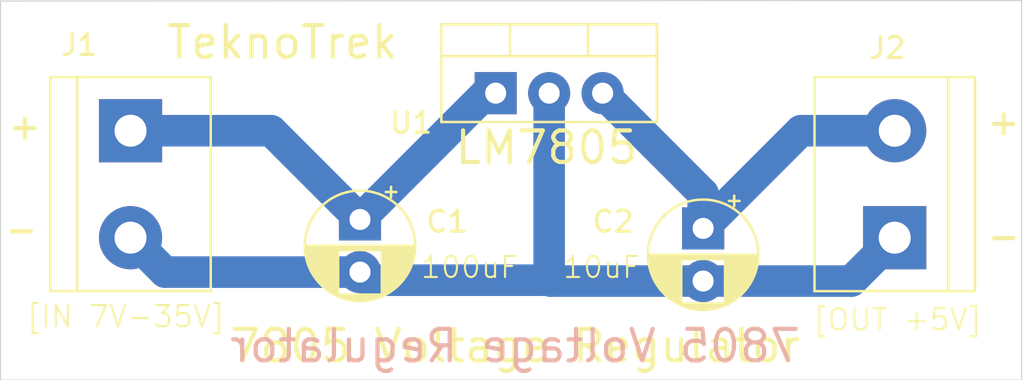
<source format=kicad_pcb>
(kicad_pcb (version 20240108) (generator "pcbnew") (generator_version "8.0")
  (title_block (title "https://www.youtube.com/@TeknoTrek") (date "2024-09-29") (company "https://www.youtube.com/@TeknoTrek") (comment 1 "https://www.youtube.com/@TeknoTrek") (comment 2 "Focused on electronics projects, circuit schematics, PCB designs, and technology reviews."))
  (layers (0 "F.Cu" signal) (31 "B.Cu" signal) (34 "B.Paste" user) (35 "F.Paste" user) (36 "B.SilkS" user "B.Silkscreen") (37 "F.SilkS" user "F.Silkscreen") (38 "B.Mask" user) (39 "F.Mask" user) (44 "Edge.Cuts" user))
  (net 0 "")
  (net 1 "GND")
  (net 2 "Net-(J1-Pin_1)")
  (net 3 "Net-(J2-Pin_2)")
  (footprint "TerminalBlock:TerminalBlock_bornier-2_P5.08mm" (layer "F.Cu") (at 171.73 100.08 90)
    (property "Reference" "J2" (at 9.015 -0.35 0) (layer "F.SilkS"))
    (property "Value" "OUT +5V")
    (fp_line (start 7.62 -3.81) (end -2.54 -3.81) (stroke (width 0.12)) (layer "F.SilkS"))
    (fp_line (start -2.54 -3.81) (end -2.54 3.81) (stroke (width 0.12)) (layer "F.SilkS"))
    (fp_line (start 7.62 2.54) (end -2.54 2.54) (stroke (width 0.12)) (layer "F.SilkS"))
    (fp_line (start 7.62 3.81) (end 7.62 -3.81) (stroke (width 0.12)) (layer "F.SilkS"))
    (fp_line (start -2.54 3.81) (end 7.62 3.81) (stroke (width 0.12)) (layer "F.SilkS"))
    (pad "1" thru_hole rect (at 0 0 90) (size 3 3) (drill 1.52) (layers "*.Cu" "*.Mask") (net 1 "GND"))
    (pad "2" thru_hole circle (at 5.08 0 90) (size 3 3) (drill 1.52) (layers "*.Cu" "*.Mask") (net 3 "Net-(J2-Pin_2)"))
  )
  (footprint "Capacitor_THT:CP_Radial_D5.0mm_P2.50mm" (layer "F.Cu") (at 146.33 99.215 -90)
    (property "Reference" "C1" (at 0.1 -4.125 0) (layer "F.SilkS"))
    (property "Value" "100uF")
    (fp_line (start 1.49 1.04) (end 1.49 2.569) (stroke (width 0.12)) (layer "F.SilkS"))
    (fp_line (start 1.53 1.04) (end 1.53 2.565) (stroke (width 0.12)) (layer "F.SilkS"))
    (fp_line (start 1.57 1.04) (end 1.57 2.561) (stroke (width 0.12)) (layer "F.SilkS"))
    (fp_line (start 1.61 1.04) (end 1.61 2.556) (stroke (width 0.12)) (layer "F.SilkS"))
    (fp_line (start 1.65 1.04) (end 1.65 2.55) (stroke (width 0.12)) (layer "F.SilkS"))
    (fp_line (start 1.69 1.04) (end 1.69 2.543) (stroke (width 0.12)) (layer "F.SilkS"))
    (fp_line (start 1.73 1.04) (end 1.73 2.536) (stroke (width 0.12)) (layer "F.SilkS"))
    (fp_line (start 1.77 1.04) (end 1.77 2.528) (stroke (width 0.12)) (layer "F.SilkS"))
    (fp_line (start 1.81 1.04) (end 1.81 2.52) (stroke (width 0.12)) (layer "F.SilkS"))
    (fp_line (start 1.85 1.04) (end 1.85 2.511) (stroke (width 0.12)) (layer "F.SilkS"))
    (fp_line (start 1.89 1.04) (end 1.89 2.501) (stroke (width 0.12)) (layer "F.SilkS"))
    (fp_line (start 1.93 1.04) (end 1.93 2.491) (stroke (width 0.12)) (layer "F.SilkS"))
    (fp_line (start 1.971 1.04) (end 1.971 2.48) (stroke (width 0.12)) (layer "F.SilkS"))
    (fp_line (start 2.011 1.04) (end 2.011 2.468) (stroke (width 0.12)) (layer "F.SilkS"))
    (fp_line (start 2.051 1.04) (end 2.051 2.455) (stroke (width 0.12)) (layer "F.SilkS"))
    (fp_line (start 2.091 1.04) (end 2.091 2.442) (stroke (width 0.12)) (layer "F.SilkS"))
    (fp_line (start 2.131 1.04) (end 2.131 2.428) (stroke (width 0.12)) (layer "F.SilkS"))
    (fp_line (start 2.171 1.04) (end 2.171 2.414) (stroke (width 0.12)) (layer "F.SilkS"))
    (fp_line (start 2.211 1.04) (end 2.211 2.398) (stroke (width 0.12)) (layer "F.SilkS"))
    (fp_line (start 2.251 1.04) (end 2.251 2.382) (stroke (width 0.12)) (layer "F.SilkS"))
    (fp_line (start 2.291 1.04) (end 2.291 2.365) (stroke (width 0.12)) (layer "F.SilkS"))
    (fp_line (start 2.331 1.04) (end 2.331 2.348) (stroke (width 0.12)) (layer "F.SilkS"))
    (fp_line (start 2.371 1.04) (end 2.371 2.329) (stroke (width 0.12)) (layer "F.SilkS"))
    (fp_line (start 2.411 1.04) (end 2.411 2.31) (stroke (width 0.12)) (layer "F.SilkS"))
    (fp_line (start 2.451 1.04) (end 2.451 2.29) (stroke (width 0.12)) (layer "F.SilkS"))
    (fp_line (start 2.491 1.04) (end 2.491 2.268) (stroke (width 0.12)) (layer "F.SilkS"))
    (fp_line (start 2.531 1.04) (end 2.531 2.247) (stroke (width 0.12)) (layer "F.SilkS"))
    (fp_line (start 2.571 1.04) (end 2.571 2.224) (stroke (width 0.12)) (layer "F.SilkS"))
    (fp_line (start 2.611 1.04) (end 2.611 2.2) (stroke (width 0.12)) (layer "F.SilkS"))
    (fp_line (start 2.651 1.04) (end 2.651 2.175) (stroke (width 0.12)) (layer "F.SilkS"))
    (fp_line (start 2.691 1.04) (end 2.691 2.149) (stroke (width 0.12)) (layer "F.SilkS"))
    (fp_line (start 2.731 1.04) (end 2.731 2.122) (stroke (width 0.12)) (layer "F.SilkS"))
    (fp_line (start 2.771 1.04) (end 2.771 2.095) (stroke (width 0.12)) (layer "F.SilkS"))
    (fp_line (start 2.811 1.04) (end 2.811 2.065) (stroke (width 0.12)) (layer "F.SilkS"))
    (fp_line (start 2.851 1.04) (end 2.851 2.035) (stroke (width 0.12)) (layer "F.SilkS"))
    (fp_line (start 2.891 1.04) (end 2.891 2.004) (stroke (width 0.12)) (layer "F.SilkS"))
    (fp_line (start 2.931 1.04) (end 2.931 1.971) (stroke (width 0.12)) (layer "F.SilkS"))
    (fp_line (start 2.971 1.04) (end 2.971 1.937) (stroke (width 0.12)) (layer "F.SilkS"))
    (fp_line (start 3.011 1.04) (end 3.011 1.901) (stroke (width 0.12)) (layer "F.SilkS"))
    (fp_line (start 3.051 1.04) (end 3.051 1.864) (stroke (width 0.12)) (layer "F.SilkS"))
    (fp_line (start 3.091 1.04) (end 3.091 1.826) (stroke (width 0.12)) (layer "F.SilkS"))
    (fp_line (start 3.131 1.04) (end 3.131 1.785) (stroke (width 0.12)) (layer "F.SilkS"))
    (fp_line (start 3.171 1.04) (end 3.171 1.743) (stroke (width 0.12)) (layer "F.SilkS"))
    (fp_line (start 3.211 1.04) (end 3.211 1.699) (stroke (width 0.12)) (layer "F.SilkS"))
    (fp_line (start 3.251 1.04) (end 3.251 1.653) (stroke (width 0.12)) (layer "F.SilkS"))
    (fp_line (start 3.291 1.04) (end 3.291 1.605) (stroke (width 0.12)) (layer "F.SilkS"))
    (fp_line (start 3.331 1.04) (end 3.331 1.554) (stroke (width 0.12)) (layer "F.SilkS"))
    (fp_line (start 3.371 1.04) (end 3.371 1.5) (stroke (width 0.12)) (layer "F.SilkS"))
    (fp_line (start 3.411 1.04) (end 3.411 1.443) (stroke (width 0.12)) (layer "F.SilkS"))
    (fp_line (start 3.451 1.04) (end 3.451 1.383) (stroke (width 0.12)) (layer "F.SilkS"))
    (fp_line (start 3.491 1.04) (end 3.491 1.319) (stroke (width 0.12)) (layer "F.SilkS"))
    (fp_line (start 3.531 1.04) (end 3.531 1.251) (stroke (width 0.12)) (layer "F.SilkS"))
    (fp_line (start 3.851 -0.284) (end 3.851 0.284) (stroke (width 0.12)) (layer "F.SilkS"))
    (fp_line (start 3.811 -0.518) (end 3.811 0.518) (stroke (width 0.12)) (layer "F.SilkS"))
    (fp_line (start 3.771 -0.677) (end 3.771 0.677) (stroke (width 0.12)) (layer "F.SilkS"))
    (fp_line (start 3.731 -0.805) (end 3.731 0.805) (stroke (width 0.12)) (layer "F.SilkS"))
    (fp_line (start 3.691 -0.915) (end 3.691 0.915) (stroke (width 0.12)) (layer "F.SilkS"))
    (fp_line (start 3.651 -1.011) (end 3.651 1.011) (stroke (width 0.12)) (layer "F.SilkS"))
    (fp_line (start 3.611 -1.098) (end 3.611 1.098) (stroke (width 0.12)) (layer "F.SilkS"))
    (fp_line (start 3.571 -1.178) (end 3.571 1.178) (stroke (width 0.12)) (layer "F.SilkS"))
    (fp_line (start 3.531 -1.251) (end 3.531 -1.04) (stroke (width 0.12)) (layer "F.SilkS"))
    (fp_line (start 3.491 -1.319) (end 3.491 -1.04) (stroke (width 0.12)) (layer "F.SilkS"))
    (fp_line (start 3.451 -1.383) (end 3.451 -1.04) (stroke (width 0.12)) (layer "F.SilkS"))
    (fp_line (start 3.411 -1.443) (end 3.411 -1.04) (stroke (width 0.12)) (layer "F.SilkS"))
    (fp_line (start -1.554775 -1.475) (end -1.054775 -1.475) (stroke (width 0.12)) (layer "F.SilkS"))
    (fp_line (start 3.371 -1.5) (end 3.371 -1.04) (stroke (width 0.12)) (layer "F.SilkS"))
    (fp_line (start 3.331 -1.554) (end 3.331 -1.04) (stroke (width 0.12)) (layer "F.SilkS"))
    (fp_line (start 3.291 -1.605) (end 3.291 -1.04) (stroke (width 0.12)) (layer "F.SilkS"))
    (fp_line (start 3.251 -1.653) (end 3.251 -1.04) (stroke (width 0.12)) (layer "F.SilkS"))
    (fp_line (start 3.211 -1.699) (end 3.211 -1.04) (stroke (width 0.12)) (layer "F.SilkS"))
    (fp_line (start -1.304775 -1.725) (end -1.304775 -1.225) (stroke (width 0.12)) (layer "F.SilkS"))
    (fp_line (start 3.171 -1.743) (end 3.171 -1.04) (stroke (width 0.12)) (layer "F.SilkS"))
    (fp_line (start 3.131 -1.785) (end 3.131 -1.04) (stroke (width 0.12)) (layer "F.SilkS"))
    (fp_line (start 3.091 -1.826) (end 3.091 -1.04) (stroke (width 0.12)) (layer "F.SilkS"))
    (fp_line (start 3.051 -1.864) (end 3.051 -1.04) (stroke (width 0.12)) (layer "F.SilkS"))
    (fp_line (start 3.011 -1.901) (end 3.011 -1.04) (stroke (width 0.12)) (layer "F.SilkS"))
    (fp_line (start 2.971 -1.937) (end 2.971 -1.04) (stroke (width 0.12)) (layer "F.SilkS"))
    (fp_line (start 2.931 -1.971) (end 2.931 -1.04) (stroke (width 0.12)) (layer "F.SilkS"))
    (fp_line (start 2.891 -2.004) (end 2.891 -1.04) (stroke (width 0.12)) (layer "F.SilkS"))
    (fp_line (start 2.851 -2.035) (end 2.851 -1.04) (stroke (width 0.12)) (layer "F.SilkS"))
    (fp_line (start 2.811 -2.065) (end 2.811 -1.04) (stroke (width 0.12)) (layer "F.SilkS"))
    (fp_line (start 2.771 -2.095) (end 2.771 -1.04) (stroke (width 0.12)) (layer "F.SilkS"))
    (fp_line (start 2.731 -2.122) (end 2.731 -1.04) (stroke (width 0.12)) (layer "F.SilkS"))
    (fp_line (start 2.691 -2.149) (end 2.691 -1.04) (stroke (width 0.12)) (layer "F.SilkS"))
    (fp_line (start 2.651 -2.175) (end 2.651 -1.04) (stroke (width 0.12)) (layer "F.SilkS"))
    (fp_line (start 2.611 -2.2) (end 2.611 -1.04) (stroke (width 0.12)) (layer "F.SilkS"))
    (fp_line (start 2.571 -2.224) (end 2.571 -1.04) (stroke (width 0.12)) (layer "F.SilkS"))
    (fp_line (start 2.531 -2.247) (end 2.531 -1.04) (stroke (width 0.12)) (layer "F.SilkS"))
    (fp_line (start 2.491 -2.268) (end 2.491 -1.04) (stroke (width 0.12)) (layer "F.SilkS"))
    (fp_line (start 2.451 -2.29) (end 2.451 -1.04) (stroke (width 0.12)) (layer "F.SilkS"))
    (fp_line (start 2.411 -2.31) (end 2.411 -1.04) (stroke (width 0.12)) (layer "F.SilkS"))
    (fp_line (start 2.371 -2.329) (end 2.371 -1.04) (stroke (width 0.12)) (layer "F.SilkS"))
    (fp_line (start 2.331 -2.348) (end 2.331 -1.04) (stroke (width 0.12)) (layer "F.SilkS"))
    (fp_line (start 2.291 -2.365) (end 2.291 -1.04) (stroke (width 0.12)) (layer "F.SilkS"))
    (fp_line (start 2.251 -2.382) (end 2.251 -1.04) (stroke (width 0.12)) (layer "F.SilkS"))
    (fp_line (start 2.211 -2.398) (end 2.211 -1.04) (stroke (width 0.12)) (layer "F.SilkS"))
    (fp_line (start 2.171 -2.414) (end 2.171 -1.04) (stroke (width 0.12)) (layer "F.SilkS"))
    (fp_line (start 2.131 -2.428) (end 2.131 -1.04) (stroke (width 0.12)) (layer "F.SilkS"))
    (fp_line (start 2.091 -2.442) (end 2.091 -1.04) (stroke (width 0.12)) (layer "F.SilkS"))
    (fp_line (start 2.051 -2.455) (end 2.051 -1.04) (stroke (width 0.12)) (layer "F.SilkS"))
    (fp_line (start 2.011 -2.468) (end 2.011 -1.04) (stroke (width 0.12)) (layer "F.SilkS"))
    (fp_line (start 1.971 -2.48) (end 1.971 -1.04) (stroke (width 0.12)) (layer "F.SilkS"))
    (fp_line (start 1.93 -2.491) (end 1.93 -1.04) (stroke (width 0.12)) (layer "F.SilkS"))
    (fp_line (start 1.89 -2.501) (end 1.89 -1.04) (stroke (width 0.12)) (layer "F.SilkS"))
    (fp_line (start 1.85 -2.511) (end 1.85 -1.04) (stroke (width 0.12)) (layer "F.SilkS"))
    (fp_line (start 1.81 -2.52) (end 1.81 -1.04) (stroke (width 0.12)) (layer "F.SilkS"))
    (fp_line (start 1.77 -2.528) (end 1.77 -1.04) (stroke (width 0.12)) (layer "F.SilkS"))
    (fp_line (start 1.73 -2.536) (end 1.73 -1.04) (stroke (width 0.12)) (layer "F.SilkS"))
    (fp_line (start 1.69 -2.543) (end 1.69 -1.04) (stroke (width 0.12)) (layer "F.SilkS"))
    (fp_line (start 1.65 -2.55) (end 1.65 -1.04) (stroke (width 0.12)) (layer "F.SilkS"))
    (fp_line (start 1.61 -2.556) (end 1.61 -1.04) (stroke (width 0.12)) (layer "F.SilkS"))
    (fp_line (start 1.57 -2.561) (end 1.57 -1.04) (stroke (width 0.12)) (layer "F.SilkS"))
    (fp_line (start 1.53 -2.565) (end 1.53 -1.04) (stroke (width 0.12)) (layer "F.SilkS"))
    (fp_line (start 1.49 -2.569) (end 1.49 -1.04) (stroke (width 0.12)) (layer "F.SilkS"))
    (fp_line (start 1.45 -2.573) (end 1.45 2.573) (stroke (width 0.12)) (layer "F.SilkS"))
    (fp_line (start 1.41 -2.576) (end 1.41 2.576) (stroke (width 0.12)) (layer "F.SilkS"))
    (fp_line (start 1.37 -2.578) (end 1.37 2.578) (stroke (width 0.12)) (layer "F.SilkS"))
    (fp_line (start 1.33 -2.579) (end 1.33 2.579) (stroke (width 0.12)) (layer "F.SilkS"))
    (fp_line (start 1.25 -2.58) (end 1.25 2.58) (stroke (width 0.12)) (layer "F.SilkS"))
    (fp_line (start 1.29 -2.58) (end 1.29 2.58) (stroke (width 0.12)) (layer "F.SilkS"))
    (fp_circle (center 1.25 0) (end 3.87 0) (stroke (width 0.12)) (fill none) (layer "F.SilkS"))
    (pad "1" thru_hole rect (at 0 0 270) (size 2 2) (drill 1) (layers "*.Cu" "*.Mask") (net 2 "Net-(J1-Pin_1)"))
    (pad "2" thru_hole circle (at 2.5 0 270) (size 2 2) (drill 1) (layers "*.Cu" "*.Mask") (net 1 "GND"))
  )
  (footprint "Package_TO_SOT_THT:TO-220-3_Vertical" (layer "F.Cu") (at 152.775 93.215)
    (property "Reference" "U1" (at -4.02 1.4 0) (layer "F.SilkS"))
    (property "Value" "LM7805")
    (fp_line (start -2.58 -3.27) (end -2.58 1.371) (stroke (width 0.12)) (layer "F.SilkS"))
    (fp_line (start -2.58 -3.27) (end 7.66 -3.27) (stroke (width 0.12)) (layer "F.SilkS"))
    (fp_line (start -2.58 -1.76) (end 7.66 -1.76) (stroke (width 0.12)) (layer "F.SilkS"))
    (fp_line (start -2.58 1.371) (end 7.66 1.371) (stroke (width 0.12)) (layer "F.SilkS"))
    (fp_line (start 0.69 -3.27) (end 0.69 -1.76) (stroke (width 0.12)) (layer "F.SilkS"))
    (fp_line (start 4.391 -3.27) (end 4.391 -1.76) (stroke (width 0.12)) (layer "F.SilkS"))
    (fp_line (start 7.66 -3.27) (end 7.66 1.371) (stroke (width 0.12)) (layer "F.SilkS"))
    (pad "1" thru_hole rect (at 0 0) (size 2 2) (drill 1) (layers "*.Cu" "*.Mask") (net 2 "Net-(J1-Pin_1)"))
    (pad "2" thru_hole circle (at 2.54 0) (size 2 2) (drill 1) (layers "*.Cu" "*.Mask") (net 1 "GND"))
    (pad "3" thru_hole circle (at 5.08 0) (size 2 2) (drill 1) (layers "*.Cu" "*.Mask") (net 3 "Net-(J2-Pin_2)"))
  )
  (footprint "Capacitor_THT:CP_Radial_D5.0mm_P2.50mm" (layer "F.Cu") (at 162.63 99.64 -90)
    (property "Reference" "C2" (at -0.325 4.275 0) (layer "F.SilkS"))
    (property "Value" "10uF")
    (fp_line (start 1.49 1.04) (end 1.49 2.569) (stroke (width 0.12)) (layer "F.SilkS"))
    (fp_line (start 1.53 1.04) (end 1.53 2.565) (stroke (width 0.12)) (layer "F.SilkS"))
    (fp_line (start 1.57 1.04) (end 1.57 2.561) (stroke (width 0.12)) (layer "F.SilkS"))
    (fp_line (start 1.61 1.04) (end 1.61 2.556) (stroke (width 0.12)) (layer "F.SilkS"))
    (fp_line (start 1.65 1.04) (end 1.65 2.55) (stroke (width 0.12)) (layer "F.SilkS"))
    (fp_line (start 1.69 1.04) (end 1.69 2.543) (stroke (width 0.12)) (layer "F.SilkS"))
    (fp_line (start 1.73 1.04) (end 1.73 2.536) (stroke (width 0.12)) (layer "F.SilkS"))
    (fp_line (start 1.77 1.04) (end 1.77 2.528) (stroke (width 0.12)) (layer "F.SilkS"))
    (fp_line (start 1.81 1.04) (end 1.81 2.52) (stroke (width 0.12)) (layer "F.SilkS"))
    (fp_line (start 1.85 1.04) (end 1.85 2.511) (stroke (width 0.12)) (layer "F.SilkS"))
    (fp_line (start 1.89 1.04) (end 1.89 2.501) (stroke (width 0.12)) (layer "F.SilkS"))
    (fp_line (start 1.93 1.04) (end 1.93 2.491) (stroke (width 0.12)) (layer "F.SilkS"))
    (fp_line (start 1.971 1.04) (end 1.971 2.48) (stroke (width 0.12)) (layer "F.SilkS"))
    (fp_line (start 2.011 1.04) (end 2.011 2.468) (stroke (width 0.12)) (layer "F.SilkS"))
    (fp_line (start 2.051 1.04) (end 2.051 2.455) (stroke (width 0.12)) (layer "F.SilkS"))
    (fp_line (start 2.091 1.04) (end 2.091 2.442) (stroke (width 0.12)) (layer "F.SilkS"))
    (fp_line (start 2.131 1.04) (end 2.131 2.428) (stroke (width 0.12)) (layer "F.SilkS"))
    (fp_line (start 2.171 1.04) (end 2.171 2.414) (stroke (width 0.12)) (layer "F.SilkS"))
    (fp_line (start 2.211 1.04) (end 2.211 2.398) (stroke (width 0.12)) (layer "F.SilkS"))
    (fp_line (start 2.251 1.04) (end 2.251 2.382) (stroke (width 0.12)) (layer "F.SilkS"))
    (fp_line (start 2.291 1.04) (end 2.291 2.365) (stroke (width 0.12)) (layer "F.SilkS"))
    (fp_line (start 2.331 1.04) (end 2.331 2.348) (stroke (width 0.12)) (layer "F.SilkS"))
    (fp_line (start 2.371 1.04) (end 2.371 2.329) (stroke (width 0.12)) (layer "F.SilkS"))
    (fp_line (start 2.411 1.04) (end 2.411 2.31) (stroke (width 0.12)) (layer "F.SilkS"))
    (fp_line (start 2.451 1.04) (end 2.451 2.29) (stroke (width 0.12)) (layer "F.SilkS"))
    (fp_line (start 2.491 1.04) (end 2.491 2.268) (stroke (width 0.12)) (layer "F.SilkS"))
    (fp_line (start 2.531 1.04) (end 2.531 2.247) (stroke (width 0.12)) (layer "F.SilkS"))
    (fp_line (start 2.571 1.04) (end 2.571 2.224) (stroke (width 0.12)) (layer "F.SilkS"))
    (fp_line (start 2.611 1.04) (end 2.611 2.2) (stroke (width 0.12)) (layer "F.SilkS"))
    (fp_line (start 2.651 1.04) (end 2.651 2.175) (stroke (width 0.12)) (layer "F.SilkS"))
    (fp_line (start 2.691 1.04) (end 2.691 2.149) (stroke (width 0.12)) (layer "F.SilkS"))
    (fp_line (start 2.731 1.04) (end 2.731 2.122) (stroke (width 0.12)) (layer "F.SilkS"))
    (fp_line (start 2.771 1.04) (end 2.771 2.095) (stroke (width 0.12)) (layer "F.SilkS"))
    (fp_line (start 2.811 1.04) (end 2.811 2.065) (stroke (width 0.12)) (layer "F.SilkS"))
    (fp_line (start 2.851 1.04) (end 2.851 2.035) (stroke (width 0.12)) (layer "F.SilkS"))
    (fp_line (start 2.891 1.04) (end 2.891 2.004) (stroke (width 0.12)) (layer "F.SilkS"))
    (fp_line (start 2.931 1.04) (end 2.931 1.971) (stroke (width 0.12)) (layer "F.SilkS"))
    (fp_line (start 2.971 1.04) (end 2.971 1.937) (stroke (width 0.12)) (layer "F.SilkS"))
    (fp_line (start 3.011 1.04) (end 3.011 1.901) (stroke (width 0.12)) (layer "F.SilkS"))
    (fp_line (start 3.051 1.04) (end 3.051 1.864) (stroke (width 0.12)) (layer "F.SilkS"))
    (fp_line (start 3.091 1.04) (end 3.091 1.826) (stroke (width 0.12)) (layer "F.SilkS"))
    (fp_line (start 3.131 1.04) (end 3.131 1.785) (stroke (width 0.12)) (layer "F.SilkS"))
    (fp_line (start 3.171 1.04) (end 3.171 1.743) (stroke (width 0.12)) (layer "F.SilkS"))
    (fp_line (start 3.211 1.04) (end 3.211 1.699) (stroke (width 0.12)) (layer "F.SilkS"))
    (fp_line (start 3.251 1.04) (end 3.251 1.653) (stroke (width 0.12)) (layer "F.SilkS"))
    (fp_line (start 3.291 1.04) (end 3.291 1.605) (stroke (width 0.12)) (layer "F.SilkS"))
    (fp_line (start 3.331 1.04) (end 3.331 1.554) (stroke (width 0.12)) (layer "F.SilkS"))
    (fp_line (start 3.371 1.04) (end 3.371 1.5) (stroke (width 0.12)) (layer "F.SilkS"))
    (fp_line (start 3.411 1.04) (end 3.411 1.443) (stroke (width 0.12)) (layer "F.SilkS"))
    (fp_line (start 3.451 1.04) (end 3.451 1.383) (stroke (width 0.12)) (layer "F.SilkS"))
    (fp_line (start 3.491 1.04) (end 3.491 1.319) (stroke (width 0.12)) (layer "F.SilkS"))
    (fp_line (start 3.531 1.04) (end 3.531 1.251) (stroke (width 0.12)) (layer "F.SilkS"))
    (fp_line (start 3.851 -0.284) (end 3.851 0.284) (stroke (width 0.12)) (layer "F.SilkS"))
    (fp_line (start 3.811 -0.518) (end 3.811 0.518) (stroke (width 0.12)) (layer "F.SilkS"))
    (fp_line (start 3.771 -0.677) (end 3.771 0.677) (stroke (width 0.12)) (layer "F.SilkS"))
    (fp_line (start 3.731 -0.805) (end 3.731 0.805) (stroke (width 0.12)) (layer "F.SilkS"))
    (fp_line (start 3.691 -0.915) (end 3.691 0.915) (stroke (width 0.12)) (layer "F.SilkS"))
    (fp_line (start 3.651 -1.011) (end 3.651 1.011) (stroke (width 0.12)) (layer "F.SilkS"))
    (fp_line (start 3.611 -1.098) (end 3.611 1.098) (stroke (width 0.12)) (layer "F.SilkS"))
    (fp_line (start 3.571 -1.178) (end 3.571 1.178) (stroke (width 0.12)) (layer "F.SilkS"))
    (fp_line (start 3.531 -1.251) (end 3.531 -1.04) (stroke (width 0.12)) (layer "F.SilkS"))
    (fp_line (start 3.491 -1.319) (end 3.491 -1.04) (stroke (width 0.12)) (layer "F.SilkS"))
    (fp_line (start 3.451 -1.383) (end 3.451 -1.04) (stroke (width 0.12)) (layer "F.SilkS"))
    (fp_line (start 3.411 -1.443) (end 3.411 -1.04) (stroke (width 0.12)) (layer "F.SilkS"))
    (fp_line (start -1.554775 -1.475) (end -1.054775 -1.475) (stroke (width 0.12)) (layer "F.SilkS"))
    (fp_line (start 3.371 -1.5) (end 3.371 -1.04) (stroke (width 0.12)) (layer "F.SilkS"))
    (fp_line (start 3.331 -1.554) (end 3.331 -1.04) (stroke (width 0.12)) (layer "F.SilkS"))
    (fp_line (start 3.291 -1.605) (end 3.291 -1.04) (stroke (width 0.12)) (layer "F.SilkS"))
    (fp_line (start 3.251 -1.653) (end 3.251 -1.04) (stroke (width 0.12)) (layer "F.SilkS"))
    (fp_line (start 3.211 -1.699) (end 3.211 -1.04) (stroke (width 0.12)) (layer "F.SilkS"))
    (fp_line (start -1.304775 -1.725) (end -1.304775 -1.225) (stroke (width 0.12)) (layer "F.SilkS"))
    (fp_line (start 3.171 -1.743) (end 3.171 -1.04) (stroke (width 0.12)) (layer "F.SilkS"))
    (fp_line (start 3.131 -1.785) (end 3.131 -1.04) (stroke (width 0.12)) (layer "F.SilkS"))
    (fp_line (start 3.091 -1.826) (end 3.091 -1.04) (stroke (width 0.12)) (layer "F.SilkS"))
    (fp_line (start 3.051 -1.864) (end 3.051 -1.04) (stroke (width 0.12)) (layer "F.SilkS"))
    (fp_line (start 3.011 -1.901) (end 3.011 -1.04) (stroke (width 0.12)) (layer "F.SilkS"))
    (fp_line (start 2.971 -1.937) (end 2.971 -1.04) (stroke (width 0.12)) (layer "F.SilkS"))
    (fp_line (start 2.931 -1.971) (end 2.931 -1.04) (stroke (width 0.12)) (layer "F.SilkS"))
    (fp_line (start 2.891 -2.004) (end 2.891 -1.04) (stroke (width 0.12)) (layer "F.SilkS"))
    (fp_line (start 2.851 -2.035) (end 2.851 -1.04) (stroke (width 0.12)) (layer "F.SilkS"))
    (fp_line (start 2.811 -2.065) (end 2.811 -1.04) (stroke (width 0.12)) (layer "F.SilkS"))
    (fp_line (start 2.771 -2.095) (end 2.771 -1.04) (stroke (width 0.12)) (layer "F.SilkS"))
    (fp_line (start 2.731 -2.122) (end 2.731 -1.04) (stroke (width 0.12)) (layer "F.SilkS"))
    (fp_line (start 2.691 -2.149) (end 2.691 -1.04) (stroke (width 0.12)) (layer "F.SilkS"))
    (fp_line (start 2.651 -2.175) (end 2.651 -1.04) (stroke (width 0.12)) (layer "F.SilkS"))
    (fp_line (start 2.611 -2.2) (end 2.611 -1.04) (stroke (width 0.12)) (layer "F.SilkS"))
    (fp_line (start 2.571 -2.224) (end 2.571 -1.04) (stroke (width 0.12)) (layer "F.SilkS"))
    (fp_line (start 2.531 -2.247) (end 2.531 -1.04) (stroke (width 0.12)) (layer "F.SilkS"))
    (fp_line (start 2.491 -2.268) (end 2.491 -1.04) (stroke (width 0.12)) (layer "F.SilkS"))
    (fp_line (start 2.451 -2.29) (end 2.451 -1.04) (stroke (width 0.12)) (layer "F.SilkS"))
    (fp_line (start 2.411 -2.31) (end 2.411 -1.04) (stroke (width 0.12)) (layer "F.SilkS"))
    (fp_line (start 2.371 -2.329) (end 2.371 -1.04) (stroke (width 0.12)) (layer "F.SilkS"))
    (fp_line (start 2.331 -2.348) (end 2.331 -1.04) (stroke (width 0.12)) (layer "F.SilkS"))
    (fp_line (start 2.291 -2.365) (end 2.291 -1.04) (stroke (width 0.12)) (layer "F.SilkS"))
    (fp_line (start 2.251 -2.382) (end 2.251 -1.04) (stroke (width 0.12)) (layer "F.SilkS"))
    (fp_line (start 2.211 -2.398) (end 2.211 -1.04) (stroke (width 0.12)) (layer "F.SilkS"))
    (fp_line (start 2.171 -2.414) (end 2.171 -1.04) (stroke (width 0.12)) (layer "F.SilkS"))
    (fp_line (start 2.131 -2.428) (end 2.131 -1.04) (stroke (width 0.12)) (layer "F.SilkS"))
    (fp_line (start 2.091 -2.442) (end 2.091 -1.04) (stroke (width 0.12)) (layer "F.SilkS"))
    (fp_line (start 2.051 -2.455) (end 2.051 -1.04) (stroke (width 0.12)) (layer "F.SilkS"))
    (fp_line (start 2.011 -2.468) (end 2.011 -1.04) (stroke (width 0.12)) (layer "F.SilkS"))
    (fp_line (start 1.971 -2.48) (end 1.971 -1.04) (stroke (width 0.12)) (layer "F.SilkS"))
    (fp_line (start 1.93 -2.491) (end 1.93 -1.04) (stroke (width 0.12)) (layer "F.SilkS"))
    (fp_line (start 1.89 -2.501) (end 1.89 -1.04) (stroke (width 0.12)) (layer "F.SilkS"))
    (fp_line (start 1.85 -2.511) (end 1.85 -1.04) (stroke (width 0.12)) (layer "F.SilkS"))
    (fp_line (start 1.81 -2.52) (end 1.81 -1.04) (stroke (width 0.12)) (layer "F.SilkS"))
    (fp_line (start 1.77 -2.528) (end 1.77 -1.04) (stroke (width 0.12)) (layer "F.SilkS"))
    (fp_line (start 1.73 -2.536) (end 1.73 -1.04) (stroke (width 0.12)) (layer "F.SilkS"))
    (fp_line (start 1.69 -2.543) (end 1.69 -1.04) (stroke (width 0.12)) (layer "F.SilkS"))
    (fp_line (start 1.65 -2.55) (end 1.65 -1.04) (stroke (width 0.12)) (layer "F.SilkS"))
    (fp_line (start 1.61 -2.556) (end 1.61 -1.04) (stroke (width 0.12)) (layer "F.SilkS"))
    (fp_line (start 1.57 -2.561) (end 1.57 -1.04) (stroke (width 0.12)) (layer "F.SilkS"))
    (fp_line (start 1.53 -2.565) (end 1.53 -1.04) (stroke (width 0.12)) (layer "F.SilkS"))
    (fp_line (start 1.49 -2.569) (end 1.49 -1.04) (stroke (width 0.12)) (layer "F.SilkS"))
    (fp_line (start 1.45 -2.573) (end 1.45 2.573) (stroke (width 0.12)) (layer "F.SilkS"))
    (fp_line (start 1.41 -2.576) (end 1.41 2.576) (stroke (width 0.12)) (layer "F.SilkS"))
    (fp_line (start 1.37 -2.578) (end 1.37 2.578) (stroke (width 0.12)) (layer "F.SilkS"))
    (fp_line (start 1.33 -2.579) (end 1.33 2.579) (stroke (width 0.12)) (layer "F.SilkS"))
    (fp_line (start 1.25 -2.58) (end 1.25 2.58) (stroke (width 0.12)) (layer "F.SilkS"))
    (fp_line (start 1.29 -2.58) (end 1.29 2.58) (stroke (width 0.12)) (layer "F.SilkS"))
    (fp_circle (center 1.25 0) (end 3.87 0) (stroke (width 0.12)) (fill none) (layer "F.SilkS"))
    (pad "1" thru_hole rect (at 0 0 270) (size 2 2) (drill 1) (layers "*.Cu" "*.Mask") (net 3 "Net-(J2-Pin_2)"))
    (pad "2" thru_hole circle (at 2.5 0 270) (size 2 2) (drill 1) (layers "*.Cu" "*.Mask") (net 1 "GND"))
  )
  (footprint "TerminalBlock:TerminalBlock_bornier-2_P5.08mm" (layer "F.Cu") (at 135.43 95 -90)
    (property "Reference" "J1" (at -4.075 2.44 0) (layer "F.SilkS"))
    (property "Value" "IN 7V-35V")
    (fp_line (start -2.54 3.81) (end 7.62 3.81) (stroke (width 0.12)) (layer "F.SilkS"))
    (fp_line (start 7.62 3.81) (end 7.62 -3.81) (stroke (width 0.12)) (layer "F.SilkS"))
    (fp_line (start 7.62 2.54) (end -2.54 2.54) (stroke (width 0.12)) (layer "F.SilkS"))
    (fp_line (start -2.54 -3.81) (end -2.54 3.81) (stroke (width 0.12)) (layer "F.SilkS"))
    (fp_line (start 7.62 -3.81) (end -2.54 -3.81) (stroke (width 0.12)) (layer "F.SilkS"))
    (pad "1" thru_hole rect (at 0 0 270) (size 3 3) (drill 1.52) (layers "*.Cu" "*.Mask") (net 2 "Net-(J1-Pin_1)"))
    (pad "2" thru_hole circle (at 5.08 0 270) (size 3 3) (drill 1.52) (layers "*.Cu" "*.Mask") (net 1 "GND"))
  )
  (gr_line (start 177.755 88.815) (end 177.755006 106.84) (stroke (width 0.05)) (layer "Edge.Cuts"))
  (gr_line (start 129.255 88.84) (end 129.255 106.84) (stroke (width 0.05)) (layer "Edge.Cuts"))
  (gr_line (start 129.255 88.84) (end 177.755 88.815) (stroke (width 0.05)) (layer "Edge.Cuts"))
  (gr_line (start 129.255 106.84) (end 177.755006 106.84) (stroke (width 0.05)) (layer "Edge.Cuts"))
  (gr_text "7805 Voltage Regulator" (at 153.7 105.225 0) (layer "B.SilkS") (effects (font (size 1.5 1.5) (thickness 0.2) (bold yes)) (justify mirror)))
  (gr_text "[OUT +5V]" (at 171.865 103.975 0) (layer "F.SilkS") (effects (font (size 1 1) (thickness 0.1))))
  (gr_text "-" (at 176.03 100.715 0) (layer "F.SilkS") (effects (font (size 1.2 1.2) (thickness 0.2) (bold yes)) (justify left bottom)))
  (gr_text "+" (at 129.53 95.49 0) (layer "F.SilkS") (effects (font (size 1.2 1.2) (thickness 0.2) (bold yes)) (justify left bottom)))
  (gr_text "100uF" (at 151.53 101.49 0) (layer "F.SilkS") (effects (font (size 1 1) (thickness 0.1))))
  (gr_text "LM7805" (at 155.19 95.8 0) (layer "F.SilkS") (effects (font (size 1.5 1.5) (thickness 0.2) (bold yes))))
  (gr_text "10uF" (at 157.805 101.49 0) (layer "F.SilkS") (effects (font (size 1 1) (thickness 0.1))))
  (gr_text "-" (at 129.355 100.39 0) (layer "F.SilkS") (effects (font (size 1.2 1.2) (thickness 0.2) (bold yes)) (justify left bottom)))
  (gr_text "TeknoTrek" (at 142.64 90.8 0) (layer "F.SilkS") (effects (font (size 1.5 1.5) (thickness 0.2) (bold yes))))
  (gr_text "+" (at 176.03 95.29 0) (layer "F.SilkS") (effects (font (size 1.2 1.2) (thickness 0.2) (bold yes)) (justify left bottom)))
  (gr_text "[IN 7V-35V]" (at 135.215 103.825 0) (layer "F.SilkS") (effects (font (size 1 1) (thickness 0.1))))
  (gr_text "7805 Voltage Regulator" (at 153.7 105.225 0) (layer "F.SilkS") (effects (font (size 1.5 1.5) (thickness 0.2) (bold yes))))
  (segment (start 146.815 101.715) (end 146.33 101.715) (width 0.2) (layer "F.Cu") (net 1))
  (segment (start 155.165 101.925) (end 154.99 102.1) (width 1.5) (layer "B.Cu") (net 1))
  (segment (start 135.43 100.08) (end 137.065 101.715) (width 1.5) (layer "B.Cu") (net 1))
  (segment (start 155.315 93.215) (end 155.315 102.075) (width 1.5) (layer "B.Cu") (net 1))
  (segment (start 155.38 102.14) (end 155.165 101.925) (width 1.5) (layer "B.Cu") (net 1))
  (segment (start 155.315 102.075) (end 155.165 101.925) (width 1.5) (layer "B.Cu") (net 1))
  (segment (start 162.63 102.14) (end 169.67 102.14) (width 1.5) (layer "B.Cu") (net 1))
  (segment (start 162.63 102.14) (end 155.38 102.14) (width 1.5) (layer "B.Cu") (net 1))
  (segment (start 146.715 102.1) (end 146.33 101.715) (width 1.5) (layer "B.Cu") (net 1))
  (segment (start 154.99 102.1) (end 146.715 102.1) (width 1.5) (layer "B.Cu") (net 1))
  (segment (start 169.67 102.14) (end 171.73 100.08) (width 1.5) (layer "B.Cu") (net 1))
  (segment (start 137.065 101.715) (end 146.33 101.715) (width 1.5) (layer "B.Cu") (net 1))
  (segment (start 146.33 99.215) (end 146.775 99.215) (width 0.2) (layer "F.Cu") (net 2))
  (segment (start 152.33 93.215) (end 146.33 99.215) (width 1.5) (layer "B.Cu") (net 2))
  (segment (start 142.115 95) (end 146.33 99.215) (width 1.5) (layer "B.Cu") (net 2))
  (segment (start 135.43 95) (end 142.115 95) (width 1.5) (layer "B.Cu") (net 2))
  (segment (start 152.775 93.215) (end 152.33 93.215) (width 1.5) (layer "B.Cu") (net 2))
  (segment (start 171.73 95) (end 167.27 95) (width 1.5) (layer "B.Cu") (net 3))
  (segment (start 167.27 95) (end 162.63 99.64) (width 1.5) (layer "B.Cu") (net 3))
  (segment (start 162.63 99.64) (end 162.63 97.99) (width 1.5) (layer "B.Cu") (net 3))
  (segment (start 162.63 97.99) (end 157.855 93.215) (width 1.5) (layer "B.Cu") (net 3))
)
</source>
